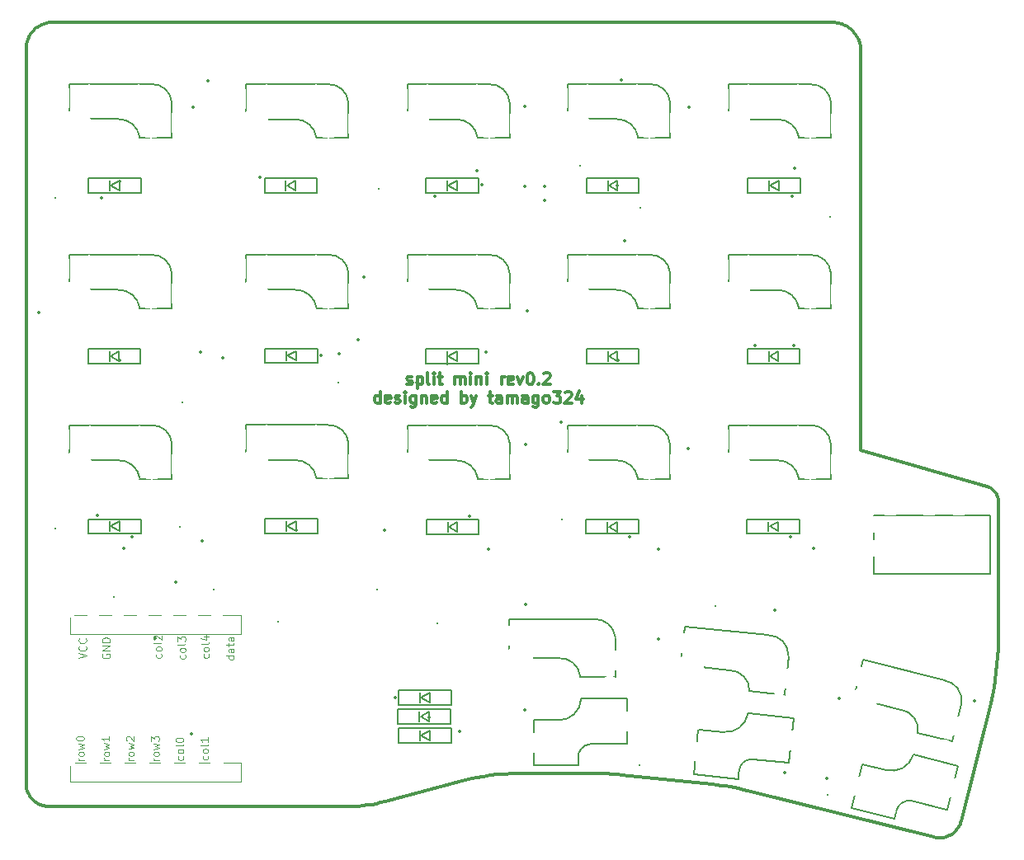
<source format=gto>
%TF.GenerationSoftware,KiCad,Pcbnew,(6.0.6)*%
%TF.CreationDate,2022-09-17T23:41:45+09:00*%
%TF.ProjectId,split-mini,73706c69-742d-46d6-996e-692e6b696361,rev?*%
%TF.SameCoordinates,Original*%
%TF.FileFunction,Legend,Top*%
%TF.FilePolarity,Positive*%
%FSLAX46Y46*%
G04 Gerber Fmt 4.6, Leading zero omitted, Abs format (unit mm)*
G04 Created by KiCad (PCBNEW (6.0.6)) date 2022-09-17 23:41:45*
%MOMM*%
%LPD*%
G01*
G04 APERTURE LIST*
G04 Aperture macros list*
%AMRotRect*
0 Rectangle, with rotation*
0 The origin of the aperture is its center*
0 $1 length*
0 $2 width*
0 $3 Rotation angle, in degrees counterclockwise*
0 Add horizontal line*
21,1,$1,$2,0,0,$3*%
G04 Aperture macros list end*
%TA.AperFunction,Profile*%
%ADD10C,0.349999*%
%TD*%
%ADD11C,0.300000*%
%ADD12C,0.100000*%
%ADD13C,0.150000*%
%ADD14C,0.500000*%
%ADD15C,0.120000*%
%ADD16C,1.200000*%
%ADD17O,2.500000X1.700000*%
%ADD18C,1.600000*%
%ADD19C,0.350000*%
%ADD20C,0.300000*%
%ADD21O,1.500000X1.000000*%
%ADD22R,1.300000X0.950000*%
%ADD23C,1.900000*%
%ADD24C,3.000000*%
%ADD25C,4.100000*%
%ADD26R,2.300000X2.000000*%
%ADD27C,4.500000*%
%ADD28C,4.000000*%
%ADD29C,1.700000*%
%ADD30R,2.000000X2.000000*%
%ADD31R,1.800000X2.000000*%
%ADD32RotRect,1.900000X2.000000X166.000000*%
%ADD33RotRect,2.000000X2.000000X166.000000*%
%ADD34RotRect,1.800000X2.000000X166.000000*%
%ADD35RotRect,2.000000X2.000000X174.000000*%
%ADD36RotRect,1.800000X2.000000X174.000000*%
G04 APERTURE END LIST*
D10*
X120734058Y-85321050D02*
X120746346Y-84517181D01*
X94563467Y-99773630D02*
X95006416Y-99879974D01*
X21067121Y-99747413D02*
X21097288Y-99856121D01*
X95006416Y-99879974D02*
X95006416Y-99879974D01*
X106613959Y-23464589D02*
X106588365Y-23321274D01*
X21022792Y-99525582D02*
X21042263Y-99637170D01*
X21450528Y-100558221D02*
X21520346Y-100647842D01*
X23314208Y-21027240D02*
X23182826Y-21050152D01*
X120663178Y-69673555D02*
X120617953Y-69555976D01*
X120429619Y-69232038D02*
X120350533Y-69135311D01*
X116257734Y-104147387D02*
X116337281Y-104072331D01*
X65730083Y-98890289D02*
X65730083Y-98890289D01*
X104737877Y-21174101D02*
X104602654Y-21128344D01*
X120306060Y-89309528D02*
X120440307Y-88517806D01*
X106647491Y-64950611D02*
X106647491Y-23907794D01*
X114417834Y-104707695D02*
X114531519Y-104721167D01*
X22319756Y-101272024D02*
X22422725Y-101317646D01*
X21325017Y-100370023D02*
X21385392Y-100465551D01*
X116831755Y-103339065D02*
X116873233Y-103232363D01*
X114869318Y-104727193D02*
X114980256Y-104718084D01*
X116678483Y-103640152D02*
X116734207Y-103543064D01*
X21793434Y-21793513D02*
X21700478Y-21891184D01*
X106069327Y-22166530D02*
X105982931Y-22056589D01*
X105588428Y-21662081D02*
X105478488Y-21575683D01*
X104870037Y-21226211D02*
X104737877Y-21174101D01*
X79268402Y-98118347D02*
X79619825Y-98120645D01*
X119962618Y-68817891D02*
X119849615Y-68758387D01*
X120725055Y-69920137D02*
X120699003Y-69795107D01*
X21042263Y-99637170D02*
X21067121Y-99747413D01*
X120699003Y-69795107D02*
X120663178Y-69673555D01*
X81724553Y-98230937D02*
X82074291Y-98265381D01*
X119606995Y-68666672D02*
X106647491Y-64950611D01*
X21218860Y-100171147D02*
X21269480Y-100271825D01*
X21049932Y-23182830D02*
X21027007Y-23314210D01*
X23078052Y-101482078D02*
X23191759Y-101490535D01*
X20997490Y-99184639D02*
X21000327Y-99299127D01*
X115907617Y-104406218D02*
X115999590Y-104347927D01*
X105694026Y-21753553D02*
X105588428Y-21662081D01*
X105891460Y-21950990D02*
X105795097Y-21849917D01*
X23306244Y-101493370D02*
X54168747Y-101493347D01*
X23715622Y-20997488D02*
X23715622Y-20997488D01*
X21992830Y-21612950D02*
X21891115Y-21700567D01*
X57823814Y-101011581D02*
X57823814Y-101011581D01*
X120746346Y-84517181D02*
X120746346Y-70178646D01*
X120563702Y-69442866D02*
X120500800Y-69334721D01*
X120744992Y-70113118D02*
X120740961Y-70048149D01*
X21114721Y-22925043D02*
X21079201Y-23053033D01*
X21000556Y-23580829D02*
X20997215Y-23715622D01*
X93224898Y-99501293D02*
X93672605Y-99584271D01*
X115411094Y-104628832D02*
X115514710Y-104593834D01*
X116618357Y-103733828D02*
X116678483Y-103640152D01*
X55553294Y-101425245D02*
X56012088Y-101372398D01*
X21932681Y-101040365D02*
X22025351Y-101105499D01*
X79971141Y-98127542D02*
X80322305Y-98139037D01*
X94118828Y-99675056D02*
X94563467Y-99773630D01*
X119965073Y-90880112D02*
X120147626Y-90097149D01*
X21520346Y-100647842D02*
X21594767Y-100734227D01*
X21843058Y-100970549D02*
X21932681Y-101040365D01*
X116413290Y-103993343D02*
X116485588Y-103910527D01*
X114980256Y-104718084D02*
X115090076Y-104703590D01*
X92325451Y-99358830D02*
X92775813Y-99426140D01*
X119790967Y-68731954D02*
X119730949Y-68707815D01*
X22207471Y-21454070D02*
X22098356Y-21530754D01*
X103737228Y-20997492D02*
X23715622Y-20997488D01*
X116088715Y-104285289D02*
X116174821Y-104218407D01*
X105982931Y-22056589D02*
X105891460Y-21950990D01*
X104034787Y-21012522D02*
X103886991Y-21001281D01*
X116337281Y-104072331D02*
X116413290Y-103993343D01*
X22634779Y-101393589D02*
X22743485Y-101423753D01*
X23182826Y-21050152D02*
X23053027Y-21079407D01*
X21156400Y-22799082D02*
X21114721Y-22925043D01*
X21700478Y-21891184D02*
X21612850Y-21992890D01*
X105364387Y-21494542D02*
X105246308Y-21418842D01*
X22435573Y-21317612D02*
X22319950Y-21382992D01*
X69367896Y-98227495D02*
X70105548Y-98166918D01*
X22925033Y-21114915D02*
X22799069Y-21156581D01*
X103737228Y-20997492D02*
X103737228Y-20997492D01*
X115812969Y-104460058D02*
X115907617Y-104406218D01*
X54631255Y-101485768D02*
X55092893Y-101463051D01*
X82074291Y-98265381D02*
X91421310Y-99247810D01*
X104464550Y-21089126D02*
X104323750Y-21056627D01*
X21010518Y-23446950D02*
X21000556Y-23580829D01*
X104180434Y-21031031D02*
X104034787Y-21012522D01*
X119606995Y-68666672D02*
X119606995Y-68666672D01*
X22098356Y-21530754D02*
X21992830Y-21612950D01*
X115514710Y-104593834D02*
X115616343Y-104553970D01*
X21453948Y-22207514D02*
X21382859Y-22319987D01*
X106418789Y-22774986D02*
X106360509Y-22646071D01*
X106470898Y-22907146D02*
X106418789Y-22774986D01*
X80322305Y-98139037D02*
X80673272Y-98155126D01*
X21673714Y-100817184D02*
X21673714Y-100817184D01*
X106643705Y-23758032D02*
X106632466Y-23610236D01*
X55092893Y-101463051D02*
X55553294Y-101425245D01*
X80673272Y-98155126D02*
X81023999Y-98175807D01*
X105246308Y-21418842D02*
X105124435Y-21348765D01*
X106647491Y-64950611D02*
X106647491Y-64950611D01*
X57823814Y-101011581D02*
X65730083Y-98890289D01*
X56468906Y-101304560D02*
X56923379Y-101221779D01*
X79268402Y-98118347D02*
X79268402Y-98118347D01*
X106296240Y-22520586D02*
X106226164Y-22398712D01*
X70105548Y-98166918D02*
X70845185Y-98130517D01*
X116940735Y-103010071D02*
X116940735Y-103010071D01*
X54168747Y-101493347D02*
X54168747Y-101493347D01*
X119730949Y-68707815D02*
X119669610Y-68686034D01*
X106647491Y-23907794D02*
X106643705Y-23758032D01*
X21204145Y-22675373D02*
X21156400Y-22799082D01*
X116554001Y-103823988D02*
X116618357Y-103733828D01*
X56012088Y-101372398D02*
X56468906Y-101304560D01*
X57375138Y-101124103D02*
X57823814Y-101011581D01*
X120746346Y-70178646D02*
X120744992Y-70113118D01*
X67900910Y-98420864D02*
X68632820Y-98312169D01*
X21000327Y-99299127D02*
X21008788Y-99412838D01*
X23053027Y-21079407D02*
X22925033Y-21114915D01*
X91421310Y-99247810D02*
X91873916Y-99299381D01*
X71586216Y-98118370D02*
X71586216Y-98118370D01*
X21382859Y-22319987D02*
X21317467Y-22435603D01*
X20997490Y-99184639D02*
X20997490Y-99184639D01*
X21673714Y-100817184D02*
X21756673Y-100896129D01*
X114189873Y-104662933D02*
X114189873Y-104662933D01*
X21612850Y-21992890D02*
X21530643Y-22098408D01*
X23191759Y-101490535D02*
X23306244Y-101493370D01*
X82074291Y-98265381D02*
X82074291Y-98265381D01*
X115090076Y-104703590D02*
X115198604Y-104683814D01*
X21891115Y-21700567D02*
X21793434Y-21793513D01*
X106632466Y-23610236D02*
X106613959Y-23464589D01*
X92775813Y-99426140D02*
X93224898Y-99501293D01*
X120697243Y-86123603D02*
X120734058Y-85321050D01*
X22965311Y-101468076D02*
X23078052Y-101482078D01*
X114757434Y-104730812D02*
X114869318Y-104727193D01*
X21756673Y-100896129D02*
X21843058Y-100970549D01*
X116940735Y-103010071D02*
X119965073Y-90880112D01*
X120734300Y-69983801D02*
X120725055Y-69920137D01*
X119669610Y-68686034D02*
X119606995Y-68666672D01*
X23580829Y-21000816D02*
X23446950Y-21010763D01*
X115999590Y-104347927D02*
X116088715Y-104285289D01*
X106226164Y-22398712D02*
X106150466Y-22280632D01*
X81374440Y-98201078D02*
X81724553Y-98230937D01*
X104998950Y-21284494D02*
X104870037Y-21226211D01*
X22120879Y-101165872D02*
X22219077Y-101221407D01*
X116485588Y-103910527D02*
X116554001Y-103823988D01*
X21079201Y-23053033D02*
X21049932Y-23182830D01*
X23446950Y-21010763D02*
X23314208Y-21027240D01*
X116909617Y-103122663D02*
X116940735Y-103010071D01*
X22554116Y-21258022D02*
X22435573Y-21317612D01*
X120147626Y-90097149D02*
X120306060Y-89309528D01*
X21530643Y-22098408D02*
X21453948Y-22207514D01*
X106588365Y-23321274D02*
X106555869Y-23180473D01*
X120635967Y-86924286D02*
X120697243Y-86123603D01*
X116873233Y-103232363D02*
X116909617Y-103122663D01*
X68632820Y-98312169D02*
X69367896Y-98227495D01*
X22743485Y-101423753D02*
X22853726Y-101448609D01*
X120440307Y-88517806D02*
X120550299Y-87722539D01*
X22527796Y-101358194D02*
X22634779Y-101393589D01*
X21132686Y-99963106D02*
X21173236Y-100068177D01*
X22025351Y-101105499D02*
X22120879Y-101165872D01*
X95006416Y-99879974D02*
X114189873Y-104662933D01*
X21385392Y-100465551D02*
X21450528Y-100558221D01*
X21008788Y-99412838D02*
X21022792Y-99525582D01*
X115198604Y-104683814D02*
X115305668Y-104658860D01*
X67172756Y-98553501D02*
X67900910Y-98420864D01*
X106150466Y-22280632D02*
X106069327Y-22166530D01*
X21097288Y-99856121D02*
X21132686Y-99963106D01*
X120500800Y-69334721D02*
X120429619Y-69232038D01*
X21027007Y-23314210D02*
X21010518Y-23446950D01*
X116174821Y-104218407D02*
X116257734Y-104147387D01*
X120263917Y-69045037D02*
X120170143Y-68961712D01*
X70845185Y-98130517D02*
X71586216Y-98118370D01*
X91421310Y-99247810D02*
X91421310Y-99247810D01*
X22675355Y-21204314D02*
X22554116Y-21258022D01*
X21257865Y-22554139D02*
X21204145Y-22675373D01*
X22422725Y-101317646D02*
X22527796Y-101358194D01*
X114644776Y-104728838D02*
X114757434Y-104730812D01*
X116734207Y-103543064D02*
X116785355Y-103442667D01*
X120350533Y-69135311D02*
X120263917Y-69045037D01*
X120550299Y-87722539D02*
X120635967Y-86924286D01*
X21594767Y-100734227D02*
X21673714Y-100817184D01*
X106360509Y-22646071D02*
X106296240Y-22520586D01*
X79619825Y-98120645D02*
X79971141Y-98127542D01*
X115715821Y-104509343D02*
X115812969Y-104460058D01*
X120746346Y-70178646D02*
X120746346Y-70178646D01*
X20997215Y-23715622D02*
X20997215Y-23715622D01*
X104323750Y-21056627D02*
X104180434Y-21031031D01*
X71586216Y-98118370D02*
X79268402Y-98118347D01*
X105795097Y-21849917D02*
X105694026Y-21753553D01*
X119849615Y-68758387D02*
X119790967Y-68731954D01*
X54168747Y-101493347D02*
X54631255Y-101485768D01*
X116785355Y-103442667D02*
X116831755Y-103339065D01*
X120170143Y-68961712D02*
X120069586Y-68885831D01*
X66448951Y-98710002D02*
X67172756Y-98553501D01*
X104602654Y-21128344D02*
X104464550Y-21089126D01*
X114189873Y-104662933D02*
X114303894Y-104688319D01*
X22799069Y-21156581D02*
X22675355Y-21204314D01*
X120746346Y-84517181D02*
X120746346Y-84517181D01*
X120617953Y-69555976D02*
X120563702Y-69442866D01*
X114303894Y-104688319D02*
X114417834Y-104707695D01*
X106555869Y-23180473D02*
X106516652Y-23042369D01*
X65730083Y-98890289D02*
X66448951Y-98710002D01*
X81023999Y-98175807D02*
X81374440Y-98201078D01*
X21173236Y-100068177D02*
X21218860Y-100171147D01*
X115616343Y-104553970D02*
X115715821Y-104509343D01*
X106516652Y-23042369D02*
X106470898Y-22907146D01*
X23715622Y-20997488D02*
X23580829Y-21000816D01*
X120740961Y-70048149D02*
X120734300Y-69983801D01*
X22219077Y-101221407D02*
X22319756Y-101272024D01*
X56923379Y-101221779D02*
X57375138Y-101124103D01*
X103886991Y-21001281D02*
X103737228Y-20997492D01*
X22853726Y-101448609D02*
X22965311Y-101468076D01*
X105478488Y-21575683D02*
X105364387Y-21494542D01*
X119965073Y-90880112D02*
X119965073Y-90880112D01*
X105124435Y-21348765D02*
X104998950Y-21284494D01*
X21793434Y-21793513D02*
X21793434Y-21793513D01*
X93672605Y-99584271D02*
X94118828Y-99675056D01*
X21317467Y-22435603D02*
X21257865Y-22554139D01*
X20997215Y-23715622D02*
X20997490Y-99184639D01*
X23306244Y-101493370D02*
X23306244Y-101493370D01*
X22319950Y-21382992D02*
X22207471Y-21454070D01*
X91873916Y-99299381D02*
X92325451Y-99358830D01*
X120069586Y-68885831D02*
X119962618Y-68817891D01*
X21269480Y-100271825D02*
X21325017Y-100370023D01*
X115305668Y-104658860D02*
X115411094Y-104628832D01*
X114531519Y-104721167D02*
X114644776Y-104728838D01*
D11*
X60097142Y-58119714D02*
X60211428Y-58176857D01*
X60440000Y-58176857D01*
X60554285Y-58119714D01*
X60611428Y-58005428D01*
X60611428Y-57948285D01*
X60554285Y-57834000D01*
X60440000Y-57776857D01*
X60268571Y-57776857D01*
X60154285Y-57719714D01*
X60097142Y-57605428D01*
X60097142Y-57548285D01*
X60154285Y-57434000D01*
X60268571Y-57376857D01*
X60440000Y-57376857D01*
X60554285Y-57434000D01*
X61125714Y-57376857D02*
X61125714Y-58576857D01*
X61125714Y-57434000D02*
X61240000Y-57376857D01*
X61468571Y-57376857D01*
X61582857Y-57434000D01*
X61640000Y-57491142D01*
X61697142Y-57605428D01*
X61697142Y-57948285D01*
X61640000Y-58062571D01*
X61582857Y-58119714D01*
X61468571Y-58176857D01*
X61240000Y-58176857D01*
X61125714Y-58119714D01*
X62382857Y-58176857D02*
X62268571Y-58119714D01*
X62211428Y-58005428D01*
X62211428Y-56976857D01*
X62840000Y-58176857D02*
X62840000Y-57376857D01*
X62840000Y-56976857D02*
X62782857Y-57034000D01*
X62840000Y-57091142D01*
X62897142Y-57034000D01*
X62840000Y-56976857D01*
X62840000Y-57091142D01*
X63240000Y-57376857D02*
X63697142Y-57376857D01*
X63411428Y-56976857D02*
X63411428Y-58005428D01*
X63468571Y-58119714D01*
X63582857Y-58176857D01*
X63697142Y-58176857D01*
X65011428Y-58176857D02*
X65011428Y-57376857D01*
X65011428Y-57491142D02*
X65068571Y-57434000D01*
X65182857Y-57376857D01*
X65354285Y-57376857D01*
X65468571Y-57434000D01*
X65525714Y-57548285D01*
X65525714Y-58176857D01*
X65525714Y-57548285D02*
X65582857Y-57434000D01*
X65697142Y-57376857D01*
X65868571Y-57376857D01*
X65982857Y-57434000D01*
X66040000Y-57548285D01*
X66040000Y-58176857D01*
X66611428Y-58176857D02*
X66611428Y-57376857D01*
X66611428Y-56976857D02*
X66554285Y-57034000D01*
X66611428Y-57091142D01*
X66668571Y-57034000D01*
X66611428Y-56976857D01*
X66611428Y-57091142D01*
X67182857Y-57376857D02*
X67182857Y-58176857D01*
X67182857Y-57491142D02*
X67240000Y-57434000D01*
X67354285Y-57376857D01*
X67525714Y-57376857D01*
X67640000Y-57434000D01*
X67697142Y-57548285D01*
X67697142Y-58176857D01*
X68268571Y-58176857D02*
X68268571Y-57376857D01*
X68268571Y-56976857D02*
X68211428Y-57034000D01*
X68268571Y-57091142D01*
X68325714Y-57034000D01*
X68268571Y-56976857D01*
X68268571Y-57091142D01*
X69754285Y-58176857D02*
X69754285Y-57376857D01*
X69754285Y-57605428D02*
X69811428Y-57491142D01*
X69868571Y-57434000D01*
X69982857Y-57376857D01*
X70097142Y-57376857D01*
X70954285Y-58119714D02*
X70840000Y-58176857D01*
X70611428Y-58176857D01*
X70497142Y-58119714D01*
X70440000Y-58005428D01*
X70440000Y-57548285D01*
X70497142Y-57434000D01*
X70611428Y-57376857D01*
X70840000Y-57376857D01*
X70954285Y-57434000D01*
X71011428Y-57548285D01*
X71011428Y-57662571D01*
X70440000Y-57776857D01*
X71411428Y-57376857D02*
X71697142Y-58176857D01*
X71982857Y-57376857D01*
X72668571Y-56976857D02*
X72782857Y-56976857D01*
X72897142Y-57034000D01*
X72954285Y-57091142D01*
X73011428Y-57205428D01*
X73068571Y-57434000D01*
X73068571Y-57719714D01*
X73011428Y-57948285D01*
X72954285Y-58062571D01*
X72897142Y-58119714D01*
X72782857Y-58176857D01*
X72668571Y-58176857D01*
X72554285Y-58119714D01*
X72497142Y-58062571D01*
X72440000Y-57948285D01*
X72382857Y-57719714D01*
X72382857Y-57434000D01*
X72440000Y-57205428D01*
X72497142Y-57091142D01*
X72554285Y-57034000D01*
X72668571Y-56976857D01*
X73582857Y-58062571D02*
X73640000Y-58119714D01*
X73582857Y-58176857D01*
X73525714Y-58119714D01*
X73582857Y-58062571D01*
X73582857Y-58176857D01*
X74097142Y-57091142D02*
X74154285Y-57034000D01*
X74268571Y-56976857D01*
X74554285Y-56976857D01*
X74668571Y-57034000D01*
X74725714Y-57091142D01*
X74782857Y-57205428D01*
X74782857Y-57319714D01*
X74725714Y-57491142D01*
X74040000Y-58176857D01*
X74782857Y-58176857D01*
X57325714Y-60108857D02*
X57325714Y-58908857D01*
X57325714Y-60051714D02*
X57211428Y-60108857D01*
X56982857Y-60108857D01*
X56868571Y-60051714D01*
X56811428Y-59994571D01*
X56754285Y-59880285D01*
X56754285Y-59537428D01*
X56811428Y-59423142D01*
X56868571Y-59366000D01*
X56982857Y-59308857D01*
X57211428Y-59308857D01*
X57325714Y-59366000D01*
X58354285Y-60051714D02*
X58240000Y-60108857D01*
X58011428Y-60108857D01*
X57897142Y-60051714D01*
X57840000Y-59937428D01*
X57840000Y-59480285D01*
X57897142Y-59366000D01*
X58011428Y-59308857D01*
X58240000Y-59308857D01*
X58354285Y-59366000D01*
X58411428Y-59480285D01*
X58411428Y-59594571D01*
X57840000Y-59708857D01*
X58868571Y-60051714D02*
X58982857Y-60108857D01*
X59211428Y-60108857D01*
X59325714Y-60051714D01*
X59382857Y-59937428D01*
X59382857Y-59880285D01*
X59325714Y-59766000D01*
X59211428Y-59708857D01*
X59040000Y-59708857D01*
X58925714Y-59651714D01*
X58868571Y-59537428D01*
X58868571Y-59480285D01*
X58925714Y-59366000D01*
X59040000Y-59308857D01*
X59211428Y-59308857D01*
X59325714Y-59366000D01*
X59897142Y-60108857D02*
X59897142Y-59308857D01*
X59897142Y-58908857D02*
X59840000Y-58966000D01*
X59897142Y-59023142D01*
X59954285Y-58966000D01*
X59897142Y-58908857D01*
X59897142Y-59023142D01*
X60982857Y-59308857D02*
X60982857Y-60280285D01*
X60925714Y-60394571D01*
X60868571Y-60451714D01*
X60754285Y-60508857D01*
X60582857Y-60508857D01*
X60468571Y-60451714D01*
X60982857Y-60051714D02*
X60868571Y-60108857D01*
X60640000Y-60108857D01*
X60525714Y-60051714D01*
X60468571Y-59994571D01*
X60411428Y-59880285D01*
X60411428Y-59537428D01*
X60468571Y-59423142D01*
X60525714Y-59366000D01*
X60640000Y-59308857D01*
X60868571Y-59308857D01*
X60982857Y-59366000D01*
X61554285Y-59308857D02*
X61554285Y-60108857D01*
X61554285Y-59423142D02*
X61611428Y-59366000D01*
X61725714Y-59308857D01*
X61897142Y-59308857D01*
X62011428Y-59366000D01*
X62068571Y-59480285D01*
X62068571Y-60108857D01*
X63097142Y-60051714D02*
X62982857Y-60108857D01*
X62754285Y-60108857D01*
X62640000Y-60051714D01*
X62582857Y-59937428D01*
X62582857Y-59480285D01*
X62640000Y-59366000D01*
X62754285Y-59308857D01*
X62982857Y-59308857D01*
X63097142Y-59366000D01*
X63154285Y-59480285D01*
X63154285Y-59594571D01*
X62582857Y-59708857D01*
X64182857Y-60108857D02*
X64182857Y-58908857D01*
X64182857Y-60051714D02*
X64068571Y-60108857D01*
X63840000Y-60108857D01*
X63725714Y-60051714D01*
X63668571Y-59994571D01*
X63611428Y-59880285D01*
X63611428Y-59537428D01*
X63668571Y-59423142D01*
X63725714Y-59366000D01*
X63840000Y-59308857D01*
X64068571Y-59308857D01*
X64182857Y-59366000D01*
X65668571Y-60108857D02*
X65668571Y-58908857D01*
X65668571Y-59366000D02*
X65782857Y-59308857D01*
X66011428Y-59308857D01*
X66125714Y-59366000D01*
X66182857Y-59423142D01*
X66240000Y-59537428D01*
X66240000Y-59880285D01*
X66182857Y-59994571D01*
X66125714Y-60051714D01*
X66011428Y-60108857D01*
X65782857Y-60108857D01*
X65668571Y-60051714D01*
X66640000Y-59308857D02*
X66925714Y-60108857D01*
X67211428Y-59308857D02*
X66925714Y-60108857D01*
X66811428Y-60394571D01*
X66754285Y-60451714D01*
X66640000Y-60508857D01*
X68411428Y-59308857D02*
X68868571Y-59308857D01*
X68582857Y-58908857D02*
X68582857Y-59937428D01*
X68640000Y-60051714D01*
X68754285Y-60108857D01*
X68868571Y-60108857D01*
X69782857Y-60108857D02*
X69782857Y-59480285D01*
X69725714Y-59366000D01*
X69611428Y-59308857D01*
X69382857Y-59308857D01*
X69268571Y-59366000D01*
X69782857Y-60051714D02*
X69668571Y-60108857D01*
X69382857Y-60108857D01*
X69268571Y-60051714D01*
X69211428Y-59937428D01*
X69211428Y-59823142D01*
X69268571Y-59708857D01*
X69382857Y-59651714D01*
X69668571Y-59651714D01*
X69782857Y-59594571D01*
X70354285Y-60108857D02*
X70354285Y-59308857D01*
X70354285Y-59423142D02*
X70411428Y-59366000D01*
X70525714Y-59308857D01*
X70697142Y-59308857D01*
X70811428Y-59366000D01*
X70868571Y-59480285D01*
X70868571Y-60108857D01*
X70868571Y-59480285D02*
X70925714Y-59366000D01*
X71040000Y-59308857D01*
X71211428Y-59308857D01*
X71325714Y-59366000D01*
X71382857Y-59480285D01*
X71382857Y-60108857D01*
X72468571Y-60108857D02*
X72468571Y-59480285D01*
X72411428Y-59366000D01*
X72297142Y-59308857D01*
X72068571Y-59308857D01*
X71954285Y-59366000D01*
X72468571Y-60051714D02*
X72354285Y-60108857D01*
X72068571Y-60108857D01*
X71954285Y-60051714D01*
X71897142Y-59937428D01*
X71897142Y-59823142D01*
X71954285Y-59708857D01*
X72068571Y-59651714D01*
X72354285Y-59651714D01*
X72468571Y-59594571D01*
X73554285Y-59308857D02*
X73554285Y-60280285D01*
X73497142Y-60394571D01*
X73440000Y-60451714D01*
X73325714Y-60508857D01*
X73154285Y-60508857D01*
X73040000Y-60451714D01*
X73554285Y-60051714D02*
X73440000Y-60108857D01*
X73211428Y-60108857D01*
X73097142Y-60051714D01*
X73040000Y-59994571D01*
X72982857Y-59880285D01*
X72982857Y-59537428D01*
X73040000Y-59423142D01*
X73097142Y-59366000D01*
X73211428Y-59308857D01*
X73440000Y-59308857D01*
X73554285Y-59366000D01*
X74297142Y-60108857D02*
X74182857Y-60051714D01*
X74125714Y-59994571D01*
X74068571Y-59880285D01*
X74068571Y-59537428D01*
X74125714Y-59423142D01*
X74182857Y-59366000D01*
X74297142Y-59308857D01*
X74468571Y-59308857D01*
X74582857Y-59366000D01*
X74640000Y-59423142D01*
X74697142Y-59537428D01*
X74697142Y-59880285D01*
X74640000Y-59994571D01*
X74582857Y-60051714D01*
X74468571Y-60108857D01*
X74297142Y-60108857D01*
X75097142Y-58908857D02*
X75840000Y-58908857D01*
X75440000Y-59366000D01*
X75611428Y-59366000D01*
X75725714Y-59423142D01*
X75782857Y-59480285D01*
X75840000Y-59594571D01*
X75840000Y-59880285D01*
X75782857Y-59994571D01*
X75725714Y-60051714D01*
X75611428Y-60108857D01*
X75268571Y-60108857D01*
X75154285Y-60051714D01*
X75097142Y-59994571D01*
X76297142Y-59023142D02*
X76354285Y-58966000D01*
X76468571Y-58908857D01*
X76754285Y-58908857D01*
X76868571Y-58966000D01*
X76925714Y-59023142D01*
X76982857Y-59137428D01*
X76982857Y-59251714D01*
X76925714Y-59423142D01*
X76240000Y-60108857D01*
X76982857Y-60108857D01*
X78011428Y-59308857D02*
X78011428Y-60108857D01*
X77725714Y-58851714D02*
X77440000Y-59708857D01*
X78182857Y-59708857D01*
D12*
%TO.C,U1*%
X28837500Y-85843223D02*
X28799404Y-85919414D01*
X28799404Y-86033700D01*
X28837500Y-86147985D01*
X28913690Y-86224176D01*
X28989880Y-86262271D01*
X29142261Y-86300366D01*
X29256547Y-86300366D01*
X29408928Y-86262271D01*
X29485119Y-86224176D01*
X29561309Y-86147985D01*
X29599404Y-86033700D01*
X29599404Y-85957509D01*
X29561309Y-85843223D01*
X29523214Y-85805128D01*
X29256547Y-85805128D01*
X29256547Y-85957509D01*
X29599404Y-85462271D02*
X28799404Y-85462271D01*
X29599404Y-85005128D01*
X28799404Y-85005128D01*
X29599404Y-84624176D02*
X28799404Y-84624176D01*
X28799404Y-84433700D01*
X28837500Y-84319414D01*
X28913690Y-84243223D01*
X28989880Y-84205128D01*
X29142261Y-84167033D01*
X29256547Y-84167033D01*
X29408928Y-84205128D01*
X29485119Y-84243223D01*
X29561309Y-84319414D01*
X29599404Y-84433700D01*
X29599404Y-84624176D01*
X26929404Y-96782747D02*
X26396071Y-96782747D01*
X26548452Y-96782747D02*
X26472261Y-96744652D01*
X26434166Y-96706557D01*
X26396071Y-96630366D01*
X26396071Y-96554176D01*
X26929404Y-96173223D02*
X26891309Y-96249414D01*
X26853214Y-96287509D01*
X26777023Y-96325604D01*
X26548452Y-96325604D01*
X26472261Y-96287509D01*
X26434166Y-96249414D01*
X26396071Y-96173223D01*
X26396071Y-96058938D01*
X26434166Y-95982747D01*
X26472261Y-95944652D01*
X26548452Y-95906557D01*
X26777023Y-95906557D01*
X26853214Y-95944652D01*
X26891309Y-95982747D01*
X26929404Y-96058938D01*
X26929404Y-96173223D01*
X26396071Y-95639890D02*
X26929404Y-95487509D01*
X26548452Y-95335128D01*
X26929404Y-95182747D01*
X26396071Y-95030366D01*
X26129404Y-94573223D02*
X26129404Y-94497033D01*
X26167500Y-94420842D01*
X26205595Y-94382747D01*
X26281785Y-94344652D01*
X26434166Y-94306557D01*
X26624642Y-94306557D01*
X26777023Y-94344652D01*
X26853214Y-94382747D01*
X26891309Y-94420842D01*
X26929404Y-94497033D01*
X26929404Y-94573223D01*
X26891309Y-94649414D01*
X26853214Y-94687509D01*
X26777023Y-94725604D01*
X26624642Y-94763700D01*
X26434166Y-94763700D01*
X26281785Y-94725604D01*
X26205595Y-94687509D01*
X26167500Y-94649414D01*
X26129404Y-94573223D01*
X37301309Y-85945604D02*
X37339404Y-86021795D01*
X37339404Y-86174176D01*
X37301309Y-86250366D01*
X37263214Y-86288461D01*
X37187023Y-86326557D01*
X36958452Y-86326557D01*
X36882261Y-86288461D01*
X36844166Y-86250366D01*
X36806071Y-86174176D01*
X36806071Y-86021795D01*
X36844166Y-85945604D01*
X37339404Y-85488461D02*
X37301309Y-85564652D01*
X37263214Y-85602747D01*
X37187023Y-85640842D01*
X36958452Y-85640842D01*
X36882261Y-85602747D01*
X36844166Y-85564652D01*
X36806071Y-85488461D01*
X36806071Y-85374176D01*
X36844166Y-85297985D01*
X36882261Y-85259890D01*
X36958452Y-85221795D01*
X37187023Y-85221795D01*
X37263214Y-85259890D01*
X37301309Y-85297985D01*
X37339404Y-85374176D01*
X37339404Y-85488461D01*
X37339404Y-84764652D02*
X37301309Y-84840842D01*
X37225119Y-84878938D01*
X36539404Y-84878938D01*
X36539404Y-84536080D02*
X36539404Y-84040842D01*
X36844166Y-84307509D01*
X36844166Y-84193223D01*
X36882261Y-84117033D01*
X36920357Y-84078938D01*
X36996547Y-84040842D01*
X37187023Y-84040842D01*
X37263214Y-84078938D01*
X37301309Y-84117033D01*
X37339404Y-84193223D01*
X37339404Y-84421795D01*
X37301309Y-84497985D01*
X37263214Y-84536080D01*
X26379404Y-86300366D02*
X27179404Y-86033700D01*
X26379404Y-85767033D01*
X27103214Y-85043223D02*
X27141309Y-85081319D01*
X27179404Y-85195604D01*
X27179404Y-85271795D01*
X27141309Y-85386080D01*
X27065119Y-85462271D01*
X26988928Y-85500366D01*
X26836547Y-85538461D01*
X26722261Y-85538461D01*
X26569880Y-85500366D01*
X26493690Y-85462271D01*
X26417500Y-85386080D01*
X26379404Y-85271795D01*
X26379404Y-85195604D01*
X26417500Y-85081319D01*
X26455595Y-85043223D01*
X27103214Y-84243223D02*
X27141309Y-84281319D01*
X27179404Y-84395604D01*
X27179404Y-84471795D01*
X27141309Y-84586080D01*
X27065119Y-84662271D01*
X26988928Y-84700366D01*
X26836547Y-84738461D01*
X26722261Y-84738461D01*
X26569880Y-84700366D01*
X26493690Y-84662271D01*
X26417500Y-84586080D01*
X26379404Y-84471795D01*
X26379404Y-84395604D01*
X26417500Y-84281319D01*
X26455595Y-84243223D01*
X29529404Y-96772747D02*
X28996071Y-96772747D01*
X29148452Y-96772747D02*
X29072261Y-96734652D01*
X29034166Y-96696557D01*
X28996071Y-96620366D01*
X28996071Y-96544176D01*
X29529404Y-96163223D02*
X29491309Y-96239414D01*
X29453214Y-96277509D01*
X29377023Y-96315604D01*
X29148452Y-96315604D01*
X29072261Y-96277509D01*
X29034166Y-96239414D01*
X28996071Y-96163223D01*
X28996071Y-96048938D01*
X29034166Y-95972747D01*
X29072261Y-95934652D01*
X29148452Y-95896557D01*
X29377023Y-95896557D01*
X29453214Y-95934652D01*
X29491309Y-95972747D01*
X29529404Y-96048938D01*
X29529404Y-96163223D01*
X28996071Y-95629890D02*
X29529404Y-95477509D01*
X29148452Y-95325128D01*
X29529404Y-95172747D01*
X28996071Y-95020366D01*
X29529404Y-94296557D02*
X29529404Y-94753700D01*
X29529404Y-94525128D02*
X28729404Y-94525128D01*
X28843690Y-94601319D01*
X28919880Y-94677509D01*
X28957976Y-94753700D01*
X39631309Y-96325604D02*
X39669404Y-96401795D01*
X39669404Y-96554176D01*
X39631309Y-96630366D01*
X39593214Y-96668461D01*
X39517023Y-96706557D01*
X39288452Y-96706557D01*
X39212261Y-96668461D01*
X39174166Y-96630366D01*
X39136071Y-96554176D01*
X39136071Y-96401795D01*
X39174166Y-96325604D01*
X39669404Y-95868461D02*
X39631309Y-95944652D01*
X39593214Y-95982747D01*
X39517023Y-96020842D01*
X39288452Y-96020842D01*
X39212261Y-95982747D01*
X39174166Y-95944652D01*
X39136071Y-95868461D01*
X39136071Y-95754176D01*
X39174166Y-95677985D01*
X39212261Y-95639890D01*
X39288452Y-95601795D01*
X39517023Y-95601795D01*
X39593214Y-95639890D01*
X39631309Y-95677985D01*
X39669404Y-95754176D01*
X39669404Y-95868461D01*
X39669404Y-95144652D02*
X39631309Y-95220842D01*
X39555119Y-95258938D01*
X38869404Y-95258938D01*
X39669404Y-94420842D02*
X39669404Y-94877985D01*
X39669404Y-94649414D02*
X38869404Y-94649414D01*
X38983690Y-94725604D01*
X39059880Y-94801795D01*
X39097976Y-94877985D01*
X34841309Y-85845604D02*
X34879404Y-85921795D01*
X34879404Y-86074176D01*
X34841309Y-86150366D01*
X34803214Y-86188461D01*
X34727023Y-86226557D01*
X34498452Y-86226557D01*
X34422261Y-86188461D01*
X34384166Y-86150366D01*
X34346071Y-86074176D01*
X34346071Y-85921795D01*
X34384166Y-85845604D01*
X34879404Y-85388461D02*
X34841309Y-85464652D01*
X34803214Y-85502747D01*
X34727023Y-85540842D01*
X34498452Y-85540842D01*
X34422261Y-85502747D01*
X34384166Y-85464652D01*
X34346071Y-85388461D01*
X34346071Y-85274176D01*
X34384166Y-85197985D01*
X34422261Y-85159890D01*
X34498452Y-85121795D01*
X34727023Y-85121795D01*
X34803214Y-85159890D01*
X34841309Y-85197985D01*
X34879404Y-85274176D01*
X34879404Y-85388461D01*
X34879404Y-84664652D02*
X34841309Y-84740842D01*
X34765119Y-84778938D01*
X34079404Y-84778938D01*
X34155595Y-84397985D02*
X34117500Y-84359890D01*
X34079404Y-84283700D01*
X34079404Y-84093223D01*
X34117500Y-84017033D01*
X34155595Y-83978938D01*
X34231785Y-83940842D01*
X34307976Y-83940842D01*
X34422261Y-83978938D01*
X34879404Y-84436080D01*
X34879404Y-83940842D01*
X42319404Y-86034652D02*
X41519404Y-86034652D01*
X42281309Y-86034652D02*
X42319404Y-86110842D01*
X42319404Y-86263223D01*
X42281309Y-86339414D01*
X42243214Y-86377509D01*
X42167023Y-86415604D01*
X41938452Y-86415604D01*
X41862261Y-86377509D01*
X41824166Y-86339414D01*
X41786071Y-86263223D01*
X41786071Y-86110842D01*
X41824166Y-86034652D01*
X42319404Y-85310842D02*
X41900357Y-85310842D01*
X41824166Y-85348938D01*
X41786071Y-85425128D01*
X41786071Y-85577509D01*
X41824166Y-85653700D01*
X42281309Y-85310842D02*
X42319404Y-85387033D01*
X42319404Y-85577509D01*
X42281309Y-85653700D01*
X42205119Y-85691795D01*
X42128928Y-85691795D01*
X42052738Y-85653700D01*
X42014642Y-85577509D01*
X42014642Y-85387033D01*
X41976547Y-85310842D01*
X41786071Y-85044176D02*
X41786071Y-84739414D01*
X41519404Y-84929890D02*
X42205119Y-84929890D01*
X42281309Y-84891795D01*
X42319404Y-84815604D01*
X42319404Y-84739414D01*
X42319404Y-84129890D02*
X41900357Y-84129890D01*
X41824166Y-84167985D01*
X41786071Y-84244176D01*
X41786071Y-84396557D01*
X41824166Y-84472747D01*
X42281309Y-84129890D02*
X42319404Y-84206080D01*
X42319404Y-84396557D01*
X42281309Y-84472747D01*
X42205119Y-84510842D01*
X42128928Y-84510842D01*
X42052738Y-84472747D01*
X42014642Y-84396557D01*
X42014642Y-84206080D01*
X41976547Y-84129890D01*
X32049404Y-96762747D02*
X31516071Y-96762747D01*
X31668452Y-96762747D02*
X31592261Y-96724652D01*
X31554166Y-96686557D01*
X31516071Y-96610366D01*
X31516071Y-96534176D01*
X32049404Y-96153223D02*
X32011309Y-96229414D01*
X31973214Y-96267509D01*
X31897023Y-96305604D01*
X31668452Y-96305604D01*
X31592261Y-96267509D01*
X31554166Y-96229414D01*
X31516071Y-96153223D01*
X31516071Y-96038938D01*
X31554166Y-95962747D01*
X31592261Y-95924652D01*
X31668452Y-95886557D01*
X31897023Y-95886557D01*
X31973214Y-95924652D01*
X32011309Y-95962747D01*
X32049404Y-96038938D01*
X32049404Y-96153223D01*
X31516071Y-95619890D02*
X32049404Y-95467509D01*
X31668452Y-95315128D01*
X32049404Y-95162747D01*
X31516071Y-95010366D01*
X31325595Y-94743700D02*
X31287500Y-94705604D01*
X31249404Y-94629414D01*
X31249404Y-94438938D01*
X31287500Y-94362747D01*
X31325595Y-94324652D01*
X31401785Y-94286557D01*
X31477976Y-94286557D01*
X31592261Y-94324652D01*
X32049404Y-94781795D01*
X32049404Y-94286557D01*
X37091309Y-96345604D02*
X37129404Y-96421795D01*
X37129404Y-96574176D01*
X37091309Y-96650366D01*
X37053214Y-96688461D01*
X36977023Y-96726557D01*
X36748452Y-96726557D01*
X36672261Y-96688461D01*
X36634166Y-96650366D01*
X36596071Y-96574176D01*
X36596071Y-96421795D01*
X36634166Y-96345604D01*
X37129404Y-95888461D02*
X37091309Y-95964652D01*
X37053214Y-96002747D01*
X36977023Y-96040842D01*
X36748452Y-96040842D01*
X36672261Y-96002747D01*
X36634166Y-95964652D01*
X36596071Y-95888461D01*
X36596071Y-95774176D01*
X36634166Y-95697985D01*
X36672261Y-95659890D01*
X36748452Y-95621795D01*
X36977023Y-95621795D01*
X37053214Y-95659890D01*
X37091309Y-95697985D01*
X37129404Y-95774176D01*
X37129404Y-95888461D01*
X37129404Y-95164652D02*
X37091309Y-95240842D01*
X37015119Y-95278938D01*
X36329404Y-95278938D01*
X36329404Y-94707509D02*
X36329404Y-94631319D01*
X36367500Y-94555128D01*
X36405595Y-94517033D01*
X36481785Y-94478938D01*
X36634166Y-94440842D01*
X36824642Y-94440842D01*
X36977023Y-94478938D01*
X37053214Y-94517033D01*
X37091309Y-94555128D01*
X37129404Y-94631319D01*
X37129404Y-94707509D01*
X37091309Y-94783700D01*
X37053214Y-94821795D01*
X36977023Y-94859890D01*
X36824642Y-94897985D01*
X36634166Y-94897985D01*
X36481785Y-94859890D01*
X36405595Y-94821795D01*
X36367500Y-94783700D01*
X36329404Y-94707509D01*
X39701309Y-85875604D02*
X39739404Y-85951795D01*
X39739404Y-86104176D01*
X39701309Y-86180366D01*
X39663214Y-86218461D01*
X39587023Y-86256557D01*
X39358452Y-86256557D01*
X39282261Y-86218461D01*
X39244166Y-86180366D01*
X39206071Y-86104176D01*
X39206071Y-85951795D01*
X39244166Y-85875604D01*
X39739404Y-85418461D02*
X39701309Y-85494652D01*
X39663214Y-85532747D01*
X39587023Y-85570842D01*
X39358452Y-85570842D01*
X39282261Y-85532747D01*
X39244166Y-85494652D01*
X39206071Y-85418461D01*
X39206071Y-85304176D01*
X39244166Y-85227985D01*
X39282261Y-85189890D01*
X39358452Y-85151795D01*
X39587023Y-85151795D01*
X39663214Y-85189890D01*
X39701309Y-85227985D01*
X39739404Y-85304176D01*
X39739404Y-85418461D01*
X39739404Y-84694652D02*
X39701309Y-84770842D01*
X39625119Y-84808938D01*
X38939404Y-84808938D01*
X39206071Y-84047033D02*
X39739404Y-84047033D01*
X38901309Y-84237509D02*
X39472738Y-84427985D01*
X39472738Y-83932747D01*
X34619404Y-96782747D02*
X34086071Y-96782747D01*
X34238452Y-96782747D02*
X34162261Y-96744652D01*
X34124166Y-96706557D01*
X34086071Y-96630366D01*
X34086071Y-96554176D01*
X34619404Y-96173223D02*
X34581309Y-96249414D01*
X34543214Y-96287509D01*
X34467023Y-96325604D01*
X34238452Y-96325604D01*
X34162261Y-96287509D01*
X34124166Y-96249414D01*
X34086071Y-96173223D01*
X34086071Y-96058938D01*
X34124166Y-95982747D01*
X34162261Y-95944652D01*
X34238452Y-95906557D01*
X34467023Y-95906557D01*
X34543214Y-95944652D01*
X34581309Y-95982747D01*
X34619404Y-96058938D01*
X34619404Y-96173223D01*
X34086071Y-95639890D02*
X34619404Y-95487509D01*
X34238452Y-95335128D01*
X34619404Y-95182747D01*
X34086071Y-95030366D01*
X33819404Y-94801795D02*
X33819404Y-94306557D01*
X34124166Y-94573223D01*
X34124166Y-94458938D01*
X34162261Y-94382747D01*
X34200357Y-94344652D01*
X34276547Y-94306557D01*
X34467023Y-94306557D01*
X34543214Y-94344652D01*
X34581309Y-94382747D01*
X34619404Y-94458938D01*
X34619404Y-94687509D01*
X34581309Y-94763700D01*
X34543214Y-94801795D01*
D13*
%TO.C,D7*%
X47790000Y-55230000D02*
X48690000Y-54730000D01*
X47690000Y-54730000D02*
X47690000Y-55730000D01*
X48690000Y-55730000D02*
X47790000Y-55230000D01*
X45490000Y-55980000D02*
X50890000Y-55980000D01*
X50890000Y-54480000D02*
X50890000Y-55980000D01*
X45490000Y-54480000D02*
X45490000Y-55980000D01*
X50890000Y-54480000D02*
X45490000Y-54480000D01*
X48690000Y-54730000D02*
X48690000Y-55730000D01*
%TO.C,SW6*%
X30440000Y-48460000D02*
X25440000Y-48460000D01*
X25440000Y-47460000D02*
X25440000Y-44860000D01*
X25440000Y-44860000D02*
X33840000Y-44859999D01*
D14*
X25740000Y-48160000D02*
X27140000Y-48160000D01*
D13*
X35940000Y-46760000D02*
X35940000Y-50000000D01*
X35940000Y-50360000D02*
X32660000Y-50360000D01*
X25440000Y-48460000D02*
X25440000Y-47460000D01*
X35940000Y-50360000D02*
X35940000Y-50000000D01*
X35940001Y-46760000D02*
G75*
G03*
X33840000Y-44859999I-2000001J-100000D01*
G01*
X32656318Y-50338529D02*
G75*
G03*
X30440000Y-48460000I-2151318J-291471D01*
G01*
%TO.C,SW11*%
X35950000Y-67860000D02*
X35950000Y-67500000D01*
X35950000Y-64260000D02*
X35950000Y-67500000D01*
X30450000Y-65960000D02*
X25450000Y-65960000D01*
X25450000Y-65960000D02*
X25450000Y-64960000D01*
X25450000Y-62360000D02*
X33850000Y-62359999D01*
X35950000Y-67860000D02*
X32670000Y-67860000D01*
X25450000Y-64960000D02*
X25450000Y-62360000D01*
D14*
X25750000Y-65660000D02*
X27150000Y-65660000D01*
D13*
X32666318Y-67838529D02*
G75*
G03*
X30450000Y-65960000I-2151318J-291471D01*
G01*
X35950001Y-64260000D02*
G75*
G03*
X33850000Y-62359999I-2000001J-100000D01*
G01*
%TO.C,D6*%
X32750000Y-54510000D02*
X32750000Y-56010000D01*
X30550000Y-55760000D02*
X29650000Y-55260000D01*
X29550000Y-54760000D02*
X29550000Y-55760000D01*
X32750000Y-54510000D02*
X27350000Y-54510000D01*
X30550000Y-54760000D02*
X30550000Y-55760000D01*
X29650000Y-55260000D02*
X30550000Y-54760000D01*
X27350000Y-54510000D02*
X27350000Y-56010000D01*
X27350000Y-56010000D02*
X32750000Y-56010000D01*
D14*
%TO.C,SW9*%
X76870000Y-48160000D02*
X78270000Y-48160000D01*
D13*
X76570000Y-47460000D02*
X76570000Y-44860000D01*
X87070000Y-50360000D02*
X87070000Y-50000000D01*
X87070000Y-50360000D02*
X83790000Y-50360000D01*
X76570000Y-44860000D02*
X84970000Y-44859999D01*
X87070000Y-46760000D02*
X87070000Y-50000000D01*
X76570000Y-48460000D02*
X76570000Y-47460000D01*
X81570000Y-48460000D02*
X76570000Y-48460000D01*
X87070001Y-46760000D02*
G75*
G03*
X84970000Y-44859999I-2000001J-100000D01*
G01*
X83786318Y-50338529D02*
G75*
G03*
X81570000Y-48460000I-2151318J-291471D01*
G01*
%TO.C,SW3*%
X70610000Y-32850000D02*
X70610000Y-32490000D01*
X60110000Y-30950000D02*
X60110000Y-29950000D01*
X70610000Y-32850000D02*
X67330000Y-32850000D01*
X60110000Y-29950000D02*
X60110000Y-27350000D01*
X65110000Y-30950000D02*
X60110000Y-30950000D01*
D14*
X60410000Y-30650000D02*
X61810000Y-30650000D01*
D13*
X60110000Y-27350000D02*
X68510000Y-27349999D01*
X70610000Y-29250000D02*
X70610000Y-32490000D01*
X67326318Y-32828529D02*
G75*
G03*
X65110000Y-30950000I-2151318J-291471D01*
G01*
X70610001Y-29250000D02*
G75*
G03*
X68510000Y-27349999I-2000001J-100000D01*
G01*
%TO.C,D9*%
X80780000Y-55270000D02*
X81680000Y-54770000D01*
X83880000Y-54520000D02*
X78480000Y-54520000D01*
X81680000Y-54770000D02*
X81680000Y-55770000D01*
X83880000Y-54520000D02*
X83880000Y-56020000D01*
X80680000Y-54770000D02*
X80680000Y-55770000D01*
X78480000Y-56020000D02*
X83880000Y-56020000D01*
X78480000Y-54520000D02*
X78480000Y-56020000D01*
X81680000Y-55770000D02*
X80780000Y-55270000D01*
%TO.C,D16*%
X62430000Y-90850000D02*
X61530000Y-90350000D01*
X64630000Y-89600000D02*
X59230000Y-89600000D01*
X61530000Y-90350000D02*
X62430000Y-89850000D01*
X59230000Y-89600000D02*
X59230000Y-91100000D01*
X64630000Y-89600000D02*
X64630000Y-91100000D01*
X61430000Y-89850000D02*
X61430000Y-90850000D01*
X62430000Y-89850000D02*
X62430000Y-90850000D01*
X59230000Y-91100000D02*
X64630000Y-91100000D01*
%TO.C,D11*%
X32780000Y-72000000D02*
X32780000Y-73500000D01*
X27380000Y-72000000D02*
X27380000Y-73500000D01*
X30580000Y-73250000D02*
X29680000Y-72750000D01*
X27380000Y-73500000D02*
X32780000Y-73500000D01*
X29580000Y-72250000D02*
X29580000Y-73250000D01*
X32780000Y-72000000D02*
X27380000Y-72000000D01*
X29680000Y-72750000D02*
X30580000Y-72250000D01*
X30580000Y-72250000D02*
X30580000Y-73250000D01*
%TO.C,D14*%
X81670000Y-72270000D02*
X81670000Y-73270000D01*
X83870000Y-72020000D02*
X83870000Y-73520000D01*
X80670000Y-72270000D02*
X80670000Y-73270000D01*
X78470000Y-73520000D02*
X83870000Y-73520000D01*
X81670000Y-73270000D02*
X80770000Y-72770000D01*
X83870000Y-72020000D02*
X78470000Y-72020000D01*
X78470000Y-72020000D02*
X78470000Y-73520000D01*
X80770000Y-72770000D02*
X81670000Y-72270000D01*
%TO.C,D17*%
X64570000Y-91540000D02*
X64570000Y-93040000D01*
X61470000Y-92290000D02*
X62370000Y-91790000D01*
X64570000Y-91540000D02*
X59170000Y-91540000D01*
X59170000Y-91540000D02*
X59170000Y-93040000D01*
X62370000Y-92790000D02*
X61470000Y-92290000D01*
X62370000Y-91790000D02*
X62370000Y-92790000D01*
X61370000Y-91790000D02*
X61370000Y-92790000D01*
X59170000Y-93040000D02*
X64570000Y-93040000D01*
%TO.C,SW5*%
X93090000Y-27360000D02*
X101490000Y-27359999D01*
X103590000Y-32860000D02*
X100310000Y-32860000D01*
D14*
X93390000Y-30660000D02*
X94790000Y-30660000D01*
D13*
X103590000Y-29260000D02*
X103590000Y-32500000D01*
X93090000Y-29960000D02*
X93090000Y-27360000D01*
X98090000Y-30960000D02*
X93090000Y-30960000D01*
X103590000Y-32860000D02*
X103590000Y-32500000D01*
X93090000Y-30960000D02*
X93090000Y-29960000D01*
X100306318Y-32838529D02*
G75*
G03*
X98090000Y-30960000I-2151318J-291471D01*
G01*
X103590001Y-29260000D02*
G75*
G03*
X101490000Y-27359999I-2000001J-100000D01*
G01*
%TO.C,SW15*%
X103570000Y-64260000D02*
X103570000Y-67500000D01*
X93070000Y-65960000D02*
X93070000Y-64960000D01*
X103570000Y-67860000D02*
X103570000Y-67500000D01*
X103570000Y-67860000D02*
X100290000Y-67860000D01*
X93070000Y-62360000D02*
X101470000Y-62359999D01*
X98070000Y-65960000D02*
X93070000Y-65960000D01*
D14*
X93370000Y-65660000D02*
X94770000Y-65660000D01*
D13*
X93070000Y-64960000D02*
X93070000Y-62360000D01*
X100286318Y-67838529D02*
G75*
G03*
X98070000Y-65960000I-2151318J-291471D01*
G01*
X103570001Y-64260000D02*
G75*
G03*
X101470000Y-62359999I-2000001J-100000D01*
G01*
%TO.C,D13*%
X65260000Y-73280000D02*
X64360000Y-72780000D01*
X65260000Y-72280000D02*
X65260000Y-73280000D01*
X64260000Y-72280000D02*
X64260000Y-73280000D01*
X67460000Y-72030000D02*
X62060000Y-72030000D01*
X62060000Y-72030000D02*
X62060000Y-73530000D01*
X67460000Y-72030000D02*
X67460000Y-73530000D01*
X62060000Y-73530000D02*
X67460000Y-73530000D01*
X64360000Y-72780000D02*
X65260000Y-72280000D01*
%TO.C,SW7*%
X43580000Y-47450000D02*
X43580000Y-44850000D01*
D14*
X43880000Y-48150000D02*
X45280000Y-48150000D01*
D13*
X54080000Y-46750000D02*
X54080000Y-49990000D01*
X54080000Y-50350000D02*
X54080000Y-49990000D01*
X54080000Y-50350000D02*
X50800000Y-50350000D01*
X43580000Y-48450000D02*
X43580000Y-47450000D01*
X43580000Y-44850000D02*
X51980000Y-44849999D01*
X48580000Y-48450000D02*
X43580000Y-48450000D01*
X54080001Y-46750000D02*
G75*
G03*
X51980000Y-44849999I-2000001J-100000D01*
G01*
X50796318Y-50328529D02*
G75*
G03*
X48580000Y-48450000I-2151318J-291471D01*
G01*
%TO.C,D1*%
X30560000Y-38240000D02*
X29660000Y-37740000D01*
X32760000Y-36990000D02*
X32760000Y-38490000D01*
X29660000Y-37740000D02*
X30560000Y-37240000D01*
X30560000Y-37240000D02*
X30560000Y-38240000D01*
X27360000Y-36990000D02*
X27360000Y-38490000D01*
X29560000Y-37240000D02*
X29560000Y-38240000D01*
X32760000Y-36990000D02*
X27360000Y-36990000D01*
X27360000Y-38490000D02*
X32760000Y-38490000D01*
%TO.C,SW16*%
X73095000Y-97305000D02*
X77645000Y-97305000D01*
X78870000Y-95105000D02*
X82645000Y-95105000D01*
X77945000Y-90455000D02*
X82645000Y-90455000D01*
X82645000Y-90480000D02*
X82670000Y-95080000D01*
X73095000Y-92655000D02*
X75645000Y-92655000D01*
X81470000Y-84230000D02*
X81470000Y-88175000D01*
X81470000Y-88184000D02*
X77860000Y-88184000D01*
X70570000Y-86184000D02*
X70570000Y-82276000D01*
X73070000Y-92680000D02*
X73070000Y-97280000D01*
X70570000Y-86230000D02*
X75620000Y-86276000D01*
X70570000Y-82276000D02*
X79195000Y-82276000D01*
X77650000Y-96580000D02*
X77650000Y-97280000D01*
X77855000Y-88160000D02*
G75*
G03*
X75595000Y-86280000I-2070000J-190000D01*
G01*
X75570000Y-92650000D02*
G75*
G03*
X77940000Y-90480000I100000J2270000D01*
G01*
X81459000Y-84160000D02*
G75*
G03*
X79195000Y-82276000I-2074000J-190000D01*
G01*
X78870000Y-95110000D02*
G75*
G03*
X77650000Y-96530000I100000J-1320000D01*
G01*
%TO.C,D18*%
X62400000Y-93720000D02*
X62400000Y-94720000D01*
X61400000Y-93720000D02*
X61400000Y-94720000D01*
X59200000Y-93470000D02*
X59200000Y-94970000D01*
X62400000Y-94720000D02*
X61500000Y-94220000D01*
X61500000Y-94220000D02*
X62400000Y-93720000D01*
X64600000Y-93470000D02*
X64600000Y-94970000D01*
X64600000Y-93470000D02*
X59200000Y-93470000D01*
X59200000Y-94970000D02*
X64600000Y-94970000D01*
%TO.C,D4*%
X83890000Y-36980000D02*
X83890000Y-38480000D01*
X81690000Y-38230000D02*
X80790000Y-37730000D01*
X80690000Y-37230000D02*
X80690000Y-38230000D01*
X81690000Y-37230000D02*
X81690000Y-38230000D01*
X80790000Y-37730000D02*
X81690000Y-37230000D01*
X78490000Y-38480000D02*
X83890000Y-38480000D01*
X78490000Y-36980000D02*
X78490000Y-38480000D01*
X83890000Y-36980000D02*
X78490000Y-36980000D01*
%TO.C,D10*%
X98190000Y-54790000D02*
X98190000Y-55790000D01*
X97190000Y-54790000D02*
X97190000Y-55790000D01*
X100390000Y-54540000D02*
X100390000Y-56040000D01*
X100390000Y-54540000D02*
X94990000Y-54540000D01*
X98190000Y-55790000D02*
X97290000Y-55290000D01*
X97290000Y-55290000D02*
X98190000Y-54790000D01*
X94990000Y-56040000D02*
X100390000Y-56040000D01*
X94990000Y-54540000D02*
X94990000Y-56040000D01*
%TO.C,SW18*%
X106796806Y-97157435D02*
X109271061Y-97774336D01*
X110266960Y-102067800D02*
X110097615Y-102747007D01*
X116961225Y-91008789D02*
X116006843Y-94836606D01*
X116004666Y-94845339D02*
X112501898Y-93972001D01*
X105901158Y-90312432D02*
X110790023Y-91578771D01*
X106766501Y-97175644D02*
X105653660Y-101639005D01*
X116589311Y-97357396D02*
X115500727Y-101826804D01*
X105671870Y-101669310D02*
X110086715Y-102770055D01*
X106857717Y-86475883D02*
X115226518Y-88562459D01*
X105912286Y-90267798D02*
X106857717Y-86475883D01*
X112034969Y-96196106D02*
X116595359Y-97333138D01*
X111807556Y-100931758D02*
X115470422Y-101845014D01*
X112502854Y-93947504D02*
G75*
G03*
X110764798Y-91576604I-2054478J316422D01*
G01*
X109199498Y-97751340D02*
G75*
G03*
X112024069Y-96219153I646192J2178379D01*
G01*
X116967487Y-90938207D02*
G75*
G03*
X115226518Y-88562459I-2058359J317389D01*
G01*
X111806346Y-100936609D02*
G75*
G03*
X110279056Y-102019285I-222307J-1304983D01*
G01*
%TO.C,J1*%
X107960000Y-77625000D02*
X107960000Y-71625000D01*
X119960000Y-71625000D02*
X119960000Y-77625000D01*
X107960000Y-71625000D02*
X119960000Y-71625000D01*
X119960000Y-77625000D02*
X107960000Y-77625000D01*
%TO.C,D3*%
X64330000Y-37760000D02*
X65230000Y-37260000D01*
X62030000Y-38510000D02*
X67430000Y-38510000D01*
X67430000Y-37010000D02*
X62030000Y-37010000D01*
X62030000Y-37010000D02*
X62030000Y-38510000D01*
X65230000Y-38260000D02*
X64330000Y-37760000D01*
X65230000Y-37260000D02*
X65230000Y-38260000D01*
X64230000Y-37260000D02*
X64230000Y-38260000D01*
X67430000Y-37010000D02*
X67430000Y-38510000D01*
%TO.C,SW8*%
X60110000Y-47460000D02*
X60110000Y-44860000D01*
X70610000Y-50360000D02*
X67330000Y-50360000D01*
X70610000Y-46760000D02*
X70610000Y-50000000D01*
X60110000Y-44860000D02*
X68510000Y-44859999D01*
D14*
X60410000Y-48160000D02*
X61810000Y-48160000D01*
D13*
X70610000Y-50360000D02*
X70610000Y-50000000D01*
X65110000Y-48460000D02*
X60110000Y-48460000D01*
X60110000Y-48460000D02*
X60110000Y-47460000D01*
X70610001Y-46760000D02*
G75*
G03*
X68510000Y-44859999I-2000001J-100000D01*
G01*
X67326318Y-50338529D02*
G75*
G03*
X65110000Y-48460000I-2151318J-291471D01*
G01*
%TO.C,SW17*%
X95070067Y-91923328D02*
X99744320Y-92414612D01*
X95503943Y-96644544D02*
X99258263Y-97039139D01*
X98813141Y-90033232D02*
X95222917Y-89655884D01*
X89530616Y-98228840D02*
X94055691Y-98704445D01*
X94136446Y-97983939D02*
X94063277Y-98680104D01*
X90016673Y-93604314D02*
X92552704Y-93870861D01*
X99741707Y-92439475D02*
X99285739Y-97016889D01*
X89989197Y-93626563D02*
X89508366Y-98201364D01*
X88590407Y-83018236D02*
X97168158Y-83919794D01*
X99226447Y-86100892D02*
X98814082Y-90024281D01*
X88177101Y-86950576D02*
X93194628Y-87524193D01*
X88181909Y-86904828D02*
X88590407Y-83018236D01*
X95220452Y-89631493D02*
G75*
G03*
X93169347Y-87525558I-2078520J27415D01*
G01*
X95503420Y-96649516D02*
G75*
G03*
X94141673Y-97934213I-38525J-1323222D01*
G01*
X92478638Y-93858048D02*
G75*
G03*
X95062481Y-91947669I336732J2247111D01*
G01*
X99222824Y-86030126D02*
G75*
G03*
X97168158Y-83919794I-2082499J27833D01*
G01*
D15*
%TO.C,U1*%
X25557500Y-83793700D02*
X43047500Y-83793700D01*
X43047500Y-83793700D02*
X43047500Y-81823700D01*
X43047500Y-81823700D02*
X25557500Y-81823700D01*
X25557500Y-81823700D02*
X25557500Y-83793700D01*
X25537500Y-99003700D02*
X43027500Y-99003700D01*
X43027500Y-99003700D02*
X43027500Y-97033700D01*
X43027500Y-97033700D02*
X25537500Y-97033700D01*
X25537500Y-97033700D02*
X25537500Y-99003700D01*
D13*
%TO.C,SW10*%
X93080000Y-48470000D02*
X93080000Y-47470000D01*
X103580000Y-50370000D02*
X100300000Y-50370000D01*
D14*
X93380000Y-48170000D02*
X94780000Y-48170000D01*
D13*
X103580000Y-50370000D02*
X103580000Y-50010000D01*
X93080000Y-44870000D02*
X101480000Y-44869999D01*
X98080000Y-48470000D02*
X93080000Y-48470000D01*
X93080000Y-47470000D02*
X93080000Y-44870000D01*
X103580000Y-46770000D02*
X103580000Y-50010000D01*
X100296318Y-50348529D02*
G75*
G03*
X98080000Y-48470000I-2151318J-291471D01*
G01*
X103580001Y-46770000D02*
G75*
G03*
X101480000Y-44869999I-2000001J-100000D01*
G01*
%TO.C,D15*%
X98180000Y-72260000D02*
X98180000Y-73260000D01*
X94980000Y-73510000D02*
X100380000Y-73510000D01*
X97280000Y-72760000D02*
X98180000Y-72260000D01*
X97180000Y-72260000D02*
X97180000Y-73260000D01*
X100380000Y-72010000D02*
X94980000Y-72010000D01*
X98180000Y-73260000D02*
X97280000Y-72760000D01*
X94980000Y-72010000D02*
X94980000Y-73510000D01*
X100380000Y-72010000D02*
X100380000Y-73510000D01*
D14*
%TO.C,SW2*%
X43870000Y-30650000D02*
X45270000Y-30650000D01*
D13*
X43570000Y-27350000D02*
X51970000Y-27349999D01*
X43570000Y-29950000D02*
X43570000Y-27350000D01*
X54070000Y-32850000D02*
X54070000Y-32490000D01*
X54070000Y-29250000D02*
X54070000Y-32490000D01*
X54070000Y-32850000D02*
X50790000Y-32850000D01*
X43570000Y-30950000D02*
X43570000Y-29950000D01*
X48570000Y-30950000D02*
X43570000Y-30950000D01*
X50786318Y-32828529D02*
G75*
G03*
X48570000Y-30950000I-2151318J-291471D01*
G01*
X54070001Y-29250000D02*
G75*
G03*
X51970000Y-27349999I-2000001J-100000D01*
G01*
%TO.C,SW13*%
X70640000Y-67880000D02*
X70640000Y-67520000D01*
X70640000Y-64280000D02*
X70640000Y-67520000D01*
D14*
X60440000Y-65680000D02*
X61840000Y-65680000D01*
D13*
X60140000Y-65980000D02*
X60140000Y-64980000D01*
X60140000Y-62380000D02*
X68540000Y-62379999D01*
X65140000Y-65980000D02*
X60140000Y-65980000D01*
X70640000Y-67880000D02*
X67360000Y-67880000D01*
X60140000Y-64980000D02*
X60140000Y-62380000D01*
X67356318Y-67858529D02*
G75*
G03*
X65140000Y-65980000I-2151318J-291471D01*
G01*
X70640001Y-64280000D02*
G75*
G03*
X68540000Y-62379999I-2000001J-100000D01*
G01*
%TO.C,SW12*%
X43580000Y-62340000D02*
X51980000Y-62339999D01*
D14*
X43880000Y-65640000D02*
X45280000Y-65640000D01*
D13*
X43580000Y-65940000D02*
X43580000Y-64940000D01*
X54080000Y-64240000D02*
X54080000Y-67480000D01*
X43580000Y-64940000D02*
X43580000Y-62340000D01*
X54080000Y-67840000D02*
X54080000Y-67480000D01*
X54080000Y-67840000D02*
X50800000Y-67840000D01*
X48580000Y-65940000D02*
X43580000Y-65940000D01*
X54080001Y-64240000D02*
G75*
G03*
X51980000Y-62339999I-2000001J-100000D01*
G01*
X50796318Y-67818529D02*
G75*
G03*
X48580000Y-65940000I-2151318J-291471D01*
G01*
%TO.C,SW14*%
X87060000Y-67860000D02*
X87060000Y-67500000D01*
X87060000Y-64260000D02*
X87060000Y-67500000D01*
X87060000Y-67860000D02*
X83780000Y-67860000D01*
X76560000Y-64960000D02*
X76560000Y-62360000D01*
X76560000Y-62360000D02*
X84960000Y-62359999D01*
X81560000Y-65960000D02*
X76560000Y-65960000D01*
X76560000Y-65960000D02*
X76560000Y-64960000D01*
D14*
X76860000Y-65660000D02*
X78260000Y-65660000D01*
D13*
X83776318Y-67838529D02*
G75*
G03*
X81560000Y-65960000I-2151318J-291471D01*
G01*
X87060001Y-64260000D02*
G75*
G03*
X84960000Y-62359999I-2000001J-100000D01*
G01*
%TO.C,SW1*%
X25440000Y-27330000D02*
X33840000Y-27329999D01*
X25440000Y-30930000D02*
X25440000Y-29930000D01*
X35940000Y-32830000D02*
X32660000Y-32830000D01*
X35940000Y-29230000D02*
X35940000Y-32470000D01*
X25440000Y-29930000D02*
X25440000Y-27330000D01*
D14*
X25740000Y-30630000D02*
X27140000Y-30630000D01*
D13*
X30440000Y-30930000D02*
X25440000Y-30930000D01*
X35940000Y-32830000D02*
X35940000Y-32470000D01*
X35940001Y-29230000D02*
G75*
G03*
X33840000Y-27329999I-2000001J-100000D01*
G01*
X32656318Y-32808529D02*
G75*
G03*
X30440000Y-30930000I-2151318J-291471D01*
G01*
%TO.C,D5*%
X97310000Y-37770000D02*
X98210000Y-37270000D01*
X95010000Y-37020000D02*
X95010000Y-38520000D01*
X100410000Y-37020000D02*
X100410000Y-38520000D01*
X100410000Y-37020000D02*
X95010000Y-37020000D01*
X98210000Y-38270000D02*
X97310000Y-37770000D01*
X98210000Y-37270000D02*
X98210000Y-38270000D01*
X97210000Y-37270000D02*
X97210000Y-38270000D01*
X95010000Y-38520000D02*
X100410000Y-38520000D01*
%TO.C,D8*%
X67420000Y-54510000D02*
X62020000Y-54510000D01*
X64220000Y-54760000D02*
X64220000Y-55760000D01*
X64320000Y-55260000D02*
X65220000Y-54760000D01*
X65220000Y-55760000D02*
X64320000Y-55260000D01*
X62020000Y-56010000D02*
X67420000Y-56010000D01*
X67420000Y-54510000D02*
X67420000Y-56010000D01*
X62020000Y-54510000D02*
X62020000Y-56010000D01*
X65220000Y-54760000D02*
X65220000Y-55760000D01*
%TO.C,SW4*%
X76580000Y-27330000D02*
X84980000Y-27329999D01*
X87080000Y-32830000D02*
X83800000Y-32830000D01*
X76580000Y-29930000D02*
X76580000Y-27330000D01*
X87080000Y-29230000D02*
X87080000Y-32470000D01*
X81580000Y-30930000D02*
X76580000Y-30930000D01*
X87080000Y-32830000D02*
X87080000Y-32470000D01*
D14*
X76880000Y-30630000D02*
X78280000Y-30630000D01*
D13*
X76580000Y-30930000D02*
X76580000Y-29930000D01*
X87080001Y-29230000D02*
G75*
G03*
X84980000Y-27329999I-2000001J-100000D01*
G01*
X83796318Y-32808529D02*
G75*
G03*
X81580000Y-30930000I-2151318J-291471D01*
G01*
%TO.C,D2*%
X47755000Y-37730000D02*
X48655000Y-37230000D01*
X45455000Y-36980000D02*
X45455000Y-38480000D01*
X48655000Y-38230000D02*
X47755000Y-37730000D01*
X48655000Y-37230000D02*
X48655000Y-38230000D01*
X45455000Y-38480000D02*
X50855000Y-38480000D01*
X50855000Y-36980000D02*
X45455000Y-36980000D01*
X50855000Y-36980000D02*
X50855000Y-38480000D01*
X47655000Y-37230000D02*
X47655000Y-38230000D01*
%TO.C,D12*%
X45500000Y-71990000D02*
X45500000Y-73490000D01*
X48700000Y-73240000D02*
X47800000Y-72740000D01*
X47800000Y-72740000D02*
X48700000Y-72240000D01*
X45500000Y-73490000D02*
X50900000Y-73490000D01*
X48700000Y-72240000D02*
X48700000Y-73240000D01*
X50900000Y-71990000D02*
X45500000Y-71990000D01*
X47700000Y-72240000D02*
X47700000Y-73240000D01*
X50900000Y-71990000D02*
X50900000Y-73490000D01*
%TD*%
D16*
%TO.C,J1*%
X118460000Y-74625000D03*
X111460000Y-74625000D03*
X118460000Y-72875000D03*
X111460000Y-72875000D03*
D17*
X108160000Y-74975000D03*
X108160000Y-72525000D03*
X116660000Y-76725000D03*
X116660000Y-70775000D03*
X113660000Y-76725000D03*
X113660000Y-70775000D03*
X109660000Y-76725000D03*
X109660000Y-70775000D03*
%TD*%
D18*
%TO.C,U1*%
X26686500Y-98011200D03*
X29226500Y-98011200D03*
X31766500Y-98011200D03*
X34306500Y-98011200D03*
X36846500Y-98011200D03*
X39386500Y-98011200D03*
X41926500Y-98011200D03*
X41926500Y-82776200D03*
X39386500Y-82776200D03*
X36846500Y-82776200D03*
X34306500Y-82776200D03*
X31766500Y-82776200D03*
X29226500Y-82776200D03*
X26686500Y-82776200D03*
%TD*%
D19*
X62955000Y-38838100D03*
X28753000Y-39008300D03*
X30564500Y-37339800D03*
X44975300Y-36929600D03*
X67799300Y-37655900D03*
X67219700Y-36187600D03*
X81691300Y-37730000D03*
X82070000Y-26954500D03*
X99618400Y-38852600D03*
X30574000Y-55726400D03*
X51237400Y-55230000D03*
X55073100Y-53588000D03*
X53122300Y-54996700D03*
X68194700Y-54859800D03*
X82454000Y-43413000D03*
X81699500Y-55731400D03*
X99759000Y-54190300D03*
X64235100Y-56060300D03*
X95798900Y-54190100D03*
X38888200Y-54869700D03*
X31855000Y-73826700D03*
X48718200Y-73140100D03*
X66535000Y-71702300D03*
X75910000Y-62030000D03*
X82945000Y-73858700D03*
X99455000Y-73836500D03*
X72195400Y-91616100D03*
X62361700Y-92327600D03*
X98861400Y-97992800D03*
X103137400Y-98638000D03*
X118345000Y-90646400D03*
X65512003Y-93817997D03*
X28335000Y-71632400D03*
X31024800Y-75015000D03*
X58885800Y-90329200D03*
D20*
X61000000Y-58000000D03*
X46840000Y-82500000D03*
X91720000Y-80940000D03*
X24000000Y-39000000D03*
X63170000Y-82670000D03*
X37000000Y-60000000D03*
X83970000Y-97260000D03*
X36740000Y-72820000D03*
X103511246Y-41001037D03*
X57020000Y-79240000D03*
X76000000Y-72000000D03*
X84000000Y-40000000D03*
X77820000Y-35710000D03*
X40240000Y-79250000D03*
X30000000Y-80000000D03*
X24000000Y-73000000D03*
X53000000Y-58000000D03*
X103240000Y-100300000D03*
X57150000Y-38100000D03*
D19*
X22289100Y-50760000D03*
X38128700Y-29721100D03*
X39071800Y-74266900D03*
X39694700Y-27028200D03*
X55635200Y-47148300D03*
X41180000Y-55450000D03*
X36360000Y-78460000D03*
X57740000Y-73147200D03*
X72166700Y-29597400D03*
X68470000Y-75110200D03*
X72410000Y-50580000D03*
X72166700Y-37831400D03*
X72230600Y-64335100D03*
X72230000Y-80750000D03*
X34277500Y-84211300D03*
X74170000Y-39288400D03*
X88995400Y-29721100D03*
X74180000Y-37820700D03*
X88909400Y-64749600D03*
X85894900Y-84303300D03*
X85894900Y-75080200D03*
X101780000Y-75030000D03*
X97851650Y-81348350D03*
X104402800Y-90422800D03*
X99848300Y-35996500D03*
X37980000Y-94040000D03*
X35120000Y-51460000D03*
X32580000Y-46380000D03*
X30040000Y-51460000D03*
X24960000Y-51460000D03*
X33850000Y-48919999D03*
X26230000Y-48920000D03*
X27500000Y-46380000D03*
X26240000Y-66420000D03*
X30050000Y-68960000D03*
X27510000Y-63880000D03*
X35130000Y-68960000D03*
X33860000Y-66419999D03*
X32590000Y-63880000D03*
X24970000Y-68960000D03*
X76090000Y-51460000D03*
X84980000Y-48919999D03*
X78630000Y-46380000D03*
X81170000Y-51460000D03*
X86250000Y-51460000D03*
X77360000Y-48920000D03*
X83710000Y-46380000D03*
X67250000Y-28870000D03*
X60900000Y-31410000D03*
X59630000Y-33950000D03*
X68520000Y-31409999D03*
X62170000Y-28870000D03*
X64710000Y-33950000D03*
X69790000Y-33950000D03*
X97690000Y-33960000D03*
X95150000Y-28880000D03*
X102770000Y-33960000D03*
X100230000Y-28880000D03*
X92610000Y-33960000D03*
X101500000Y-31419999D03*
X93880000Y-31420000D03*
X52020000Y-80950000D03*
X101480000Y-66419999D03*
X97670000Y-68960000D03*
X92590000Y-68960000D03*
X102750000Y-68960000D03*
X95130000Y-63880000D03*
X100210000Y-63880000D03*
X93860000Y-66420000D03*
X45640000Y-46370000D03*
X44370000Y-48910000D03*
X43100000Y-51450000D03*
X51990000Y-48909999D03*
X50720000Y-46370000D03*
X48180000Y-51450000D03*
X53260000Y-51450000D03*
X112800000Y-84690000D03*
X75370000Y-89080000D03*
X72830000Y-84000000D03*
X80370000Y-92780000D03*
X71560000Y-86540000D03*
X70370000Y-92780000D03*
X75370000Y-94980000D03*
X80450000Y-89080000D03*
X69870000Y-89080000D03*
X79180000Y-86540000D03*
X70290000Y-89080000D03*
X80870000Y-89080000D03*
X77910000Y-84000000D03*
X53040000Y-95600000D03*
X104122510Y-96619485D03*
X104939998Y-93010037D03*
X108441761Y-99963745D03*
X113825468Y-99038704D03*
X108633512Y-88695416D03*
X115205726Y-95569570D03*
X113562614Y-89924379D03*
X114798202Y-95467963D03*
X114180408Y-92696171D03*
X106786755Y-90852726D03*
X104532474Y-92908430D03*
X109869100Y-94239000D03*
X118460000Y-74625000D03*
X111460000Y-74625000D03*
X118460000Y-72875000D03*
X111460000Y-72875000D03*
D21*
X108160000Y-74975000D03*
X108160000Y-72525000D03*
X116660000Y-76725000D03*
X116660000Y-70775000D03*
X113660000Y-76725000D03*
X113660000Y-70775000D03*
X109660000Y-76725000D03*
X109660000Y-70775000D03*
D19*
X68520000Y-48919999D03*
X60900000Y-48920000D03*
X67250000Y-46380000D03*
X69790000Y-51460000D03*
X64710000Y-51460000D03*
X62170000Y-46380000D03*
X59630000Y-51460000D03*
X97680000Y-23950000D03*
X87600729Y-89755695D03*
X87293535Y-93443789D03*
X96707531Y-88158868D03*
X87183030Y-89711793D03*
X92652900Y-90286700D03*
X90657819Y-84969026D03*
X97238754Y-94489073D03*
X95709990Y-85500031D03*
X98122770Y-90861607D03*
X89129274Y-87362361D03*
X97705071Y-90817705D03*
X92036182Y-96154379D03*
X26686500Y-98011200D03*
X25387500Y-81378700D03*
X27927500Y-81378700D03*
X29226500Y-98011200D03*
X30467500Y-81378700D03*
X31766500Y-98011200D03*
X34306500Y-98011200D03*
X33007500Y-81378700D03*
X35547500Y-81378700D03*
X36846500Y-98011200D03*
X38087500Y-81378700D03*
X39386500Y-98011200D03*
X40627500Y-81378700D03*
X41926500Y-98011200D03*
X41926500Y-82776200D03*
X40627500Y-96613700D03*
X39386500Y-82776200D03*
X38087500Y-96613700D03*
X35547500Y-96613700D03*
X36846500Y-82776200D03*
X34306500Y-82776200D03*
X33007500Y-96613700D03*
X31766500Y-82776200D03*
X30467500Y-96613700D03*
X27927500Y-96613700D03*
X29226500Y-82776200D03*
X26686500Y-82776200D03*
X25387500Y-96613700D03*
X100220000Y-46390000D03*
X97680000Y-51470000D03*
X101490000Y-48929999D03*
X102760000Y-51470000D03*
X92600000Y-51470000D03*
X93870000Y-48930000D03*
X95140000Y-46390000D03*
X53250000Y-33950000D03*
X50710000Y-28870000D03*
X45630000Y-28870000D03*
X43090000Y-33950000D03*
X44360000Y-31410000D03*
X48170000Y-33950000D03*
X51980000Y-31409999D03*
X59660000Y-68980000D03*
X60930000Y-66440000D03*
X68550000Y-66439999D03*
X69820000Y-68980000D03*
X64740000Y-68980000D03*
X62200000Y-63900000D03*
X67280000Y-63900000D03*
X30040000Y-23950000D03*
X45640000Y-63860000D03*
X50720000Y-63860000D03*
X44370000Y-66400000D03*
X51990000Y-66399999D03*
X48180000Y-68940000D03*
X53260000Y-68940000D03*
X43100000Y-68940000D03*
X77350000Y-66420000D03*
X81160000Y-68960000D03*
X78620000Y-63880000D03*
X84970000Y-66419999D03*
X86240000Y-68960000D03*
X76080000Y-68960000D03*
X83700000Y-63880000D03*
X35120000Y-33930000D03*
X27500000Y-28850000D03*
X26230000Y-31390000D03*
X32580000Y-28850000D03*
X24960000Y-33930000D03*
X30040000Y-33930000D03*
X33850000Y-31389999D03*
X78640000Y-28850000D03*
X84990000Y-31389999D03*
X86260000Y-33930000D03*
X77370000Y-31390000D03*
X83720000Y-28850000D03*
X81180000Y-33930000D03*
X76100000Y-33930000D03*
%LPC*%
D22*
%TO.C,D7*%
X46415000Y-55230000D03*
X49965000Y-55230000D03*
%TD*%
D23*
%TO.C,SW6*%
X35120000Y-51460000D03*
D24*
X32580000Y-46380000D03*
D25*
X30040000Y-51460000D03*
D23*
X24960000Y-51460000D03*
D24*
X33850000Y-48919999D03*
X26230000Y-48920000D03*
X27500000Y-46380000D03*
D26*
X37040000Y-48880000D03*
X24340000Y-46340000D03*
%TD*%
D24*
%TO.C,SW11*%
X26240000Y-66420000D03*
D25*
X30050000Y-68960000D03*
D24*
X27510000Y-63880000D03*
D23*
X35130000Y-68960000D03*
D24*
X33860000Y-66419999D03*
X32590000Y-63880000D03*
D23*
X24970000Y-68960000D03*
D26*
X37050000Y-66380000D03*
X24350000Y-63840000D03*
%TD*%
D22*
%TO.C,D6*%
X28275000Y-55260000D03*
X31825000Y-55260000D03*
%TD*%
D23*
%TO.C,SW9*%
X76090000Y-51460000D03*
D24*
X84980000Y-48919999D03*
X78630000Y-46380000D03*
D25*
X81170000Y-51460000D03*
D23*
X86250000Y-51460000D03*
D24*
X77360000Y-48920000D03*
X83710000Y-46380000D03*
D26*
X88170000Y-48880000D03*
X75470000Y-46340000D03*
%TD*%
D24*
%TO.C,SW3*%
X67250000Y-28870000D03*
X60900000Y-31410000D03*
D23*
X59630000Y-33950000D03*
D24*
X68520000Y-31409999D03*
X62170000Y-28870000D03*
D25*
X64710000Y-33950000D03*
D23*
X69790000Y-33950000D03*
D26*
X71710000Y-31370000D03*
X59010000Y-28830000D03*
%TD*%
D22*
%TO.C,D9*%
X79405000Y-55270000D03*
X82955000Y-55270000D03*
%TD*%
%TO.C,D16*%
X60155000Y-90350000D03*
X63705000Y-90350000D03*
%TD*%
%TO.C,D11*%
X28305000Y-72750000D03*
X31855000Y-72750000D03*
%TD*%
%TO.C,D14*%
X79395000Y-72770000D03*
X82945000Y-72770000D03*
%TD*%
%TO.C,D17*%
X60095000Y-92290000D03*
X63645000Y-92290000D03*
%TD*%
D25*
%TO.C,SW5*%
X97690000Y-33960000D03*
D24*
X95150000Y-28880000D03*
D23*
X102770000Y-33960000D03*
D24*
X100230000Y-28880000D03*
D23*
X92610000Y-33960000D03*
D24*
X101500000Y-31419999D03*
X93880000Y-31420000D03*
D26*
X104690000Y-31380000D03*
X91990000Y-28840000D03*
%TD*%
D27*
%TO.C,HOLE3*%
X52020000Y-80950000D03*
%TD*%
D24*
%TO.C,SW15*%
X101480000Y-66419999D03*
D25*
X97670000Y-68960000D03*
D23*
X92590000Y-68960000D03*
X102750000Y-68960000D03*
D24*
X95130000Y-63880000D03*
X100210000Y-63880000D03*
X93860000Y-66420000D03*
D26*
X104670000Y-66380000D03*
X91970000Y-63840000D03*
%TD*%
D22*
%TO.C,D13*%
X62985000Y-72780000D03*
X66535000Y-72780000D03*
%TD*%
D24*
%TO.C,SW7*%
X45640000Y-46370000D03*
X44370000Y-48910000D03*
D23*
X43100000Y-51450000D03*
D24*
X51990000Y-48909999D03*
X50720000Y-46370000D03*
D25*
X48180000Y-51450000D03*
D23*
X53260000Y-51450000D03*
D26*
X55180000Y-48870000D03*
X42480000Y-46330000D03*
%TD*%
D22*
%TO.C,D1*%
X28285000Y-37740000D03*
X31835000Y-37740000D03*
%TD*%
D27*
%TO.C,HOLE5*%
X112800000Y-84690000D03*
%TD*%
D28*
%TO.C,SW16*%
X75370000Y-89080000D03*
D24*
X72830000Y-84000000D03*
X80370000Y-92780000D03*
X71560000Y-86540000D03*
X70370000Y-92780000D03*
X75370000Y-94980000D03*
D29*
X80450000Y-89080000D03*
D23*
X69870000Y-89080000D03*
D24*
X79180000Y-86540000D03*
D29*
X70290000Y-89080000D03*
D23*
X80870000Y-89080000D03*
D24*
X77910000Y-84000000D03*
D30*
X83470000Y-92780000D03*
X69770000Y-84000000D03*
X82270000Y-86540000D03*
D31*
X72570000Y-94980000D03*
%TD*%
D22*
%TO.C,D18*%
X60125000Y-94220000D03*
X63675000Y-94220000D03*
%TD*%
D27*
%TO.C,HOLE4*%
X53040000Y-95600000D03*
%TD*%
D22*
%TO.C,D4*%
X79415000Y-37730000D03*
X82965000Y-37730000D03*
%TD*%
%TO.C,D10*%
X95915000Y-55290000D03*
X99465000Y-55290000D03*
%TD*%
D24*
%TO.C,SW18*%
X104122510Y-96619485D03*
D29*
X104939998Y-93010037D03*
D24*
X108441761Y-99963745D03*
X113825468Y-99038704D03*
X108633512Y-88695416D03*
D23*
X115205726Y-95569570D03*
D24*
X113562614Y-89924379D03*
D29*
X114798202Y-95467963D03*
D24*
X114180408Y-92696171D03*
X106786755Y-90852726D03*
D23*
X104532474Y-92908430D03*
D28*
X109869100Y-94239000D03*
D32*
X116599998Y-99688662D03*
D33*
X105664407Y-87955135D03*
X117178622Y-93443710D03*
D34*
X105724933Y-99286363D03*
%TD*%
D16*
%TO.C,J1*%
X118460000Y-74625000D03*
X111460000Y-74625000D03*
X118460000Y-72875000D03*
X111460000Y-72875000D03*
D17*
X108160000Y-74975000D03*
X108160000Y-72525000D03*
X116660000Y-76725000D03*
X116660000Y-70775000D03*
X113660000Y-76725000D03*
X113660000Y-70775000D03*
X109660000Y-76725000D03*
X109660000Y-70775000D03*
%TD*%
D22*
%TO.C,D3*%
X62955000Y-37760000D03*
X66505000Y-37760000D03*
%TD*%
D24*
%TO.C,SW8*%
X68520000Y-48919999D03*
X60900000Y-48920000D03*
X67250000Y-46380000D03*
D23*
X69790000Y-51460000D03*
D25*
X64710000Y-51460000D03*
D24*
X62170000Y-46380000D03*
D23*
X59630000Y-51460000D03*
D26*
X71710000Y-48880000D03*
X59010000Y-46340000D03*
%TD*%
D27*
%TO.C,HOLE2*%
X97680000Y-23950000D03*
%TD*%
D29*
%TO.C,SW17*%
X87600729Y-89755695D03*
D24*
X87293535Y-93443789D03*
X96707531Y-88158868D03*
D23*
X87183030Y-89711793D03*
D28*
X92652900Y-90286700D03*
D24*
X90657819Y-84969026D03*
X97238754Y-94489073D03*
X95709990Y-85500031D03*
D23*
X98122770Y-90861607D03*
D24*
X89129274Y-87362361D03*
D29*
X97705071Y-90817705D03*
D24*
X92036182Y-96154379D03*
D35*
X87614582Y-84649169D03*
X100321772Y-94813112D03*
X99780603Y-88481861D03*
D36*
X89251521Y-95861699D03*
%TD*%
D18*
%TO.C,U1*%
X26686500Y-98011200D03*
X25387500Y-81378700D03*
X27927500Y-81378700D03*
X29226500Y-98011200D03*
X30467500Y-81378700D03*
X31766500Y-98011200D03*
X34306500Y-98011200D03*
X33007500Y-81378700D03*
X35547500Y-81378700D03*
X36846500Y-98011200D03*
X38087500Y-81378700D03*
X39386500Y-98011200D03*
X40627500Y-81378700D03*
X41926500Y-98011200D03*
X41926500Y-82776200D03*
X40627500Y-96613700D03*
X39386500Y-82776200D03*
X38087500Y-96613700D03*
X35547500Y-96613700D03*
X36846500Y-82776200D03*
X34306500Y-82776200D03*
X33007500Y-96613700D03*
X31766500Y-82776200D03*
X30467500Y-96613700D03*
X27927500Y-96613700D03*
X29226500Y-82776200D03*
X26686500Y-82776200D03*
X25387500Y-96613700D03*
%TD*%
D24*
%TO.C,SW10*%
X100220000Y-46390000D03*
D25*
X97680000Y-51470000D03*
D24*
X101490000Y-48929999D03*
D23*
X102760000Y-51470000D03*
X92600000Y-51470000D03*
D24*
X93870000Y-48930000D03*
X95140000Y-46390000D03*
D26*
X104680000Y-48890000D03*
X91980000Y-46350000D03*
%TD*%
D22*
%TO.C,D15*%
X95905000Y-72760000D03*
X99455000Y-72760000D03*
%TD*%
D23*
%TO.C,SW2*%
X53250000Y-33950000D03*
D24*
X50710000Y-28870000D03*
X45630000Y-28870000D03*
D23*
X43090000Y-33950000D03*
D24*
X44360000Y-31410000D03*
D25*
X48170000Y-33950000D03*
D24*
X51980000Y-31409999D03*
D26*
X55170000Y-31370000D03*
X42470000Y-28830000D03*
%TD*%
D23*
%TO.C,SW13*%
X59660000Y-68980000D03*
D24*
X60930000Y-66440000D03*
X68550000Y-66439999D03*
D23*
X69820000Y-68980000D03*
D25*
X64740000Y-68980000D03*
D24*
X62200000Y-63900000D03*
X67280000Y-63900000D03*
D26*
X71740000Y-66400000D03*
X59040000Y-63860000D03*
%TD*%
D27*
%TO.C,HOLE1*%
X30040000Y-23950000D03*
%TD*%
D24*
%TO.C,SW12*%
X45640000Y-63860000D03*
X50720000Y-63860000D03*
X44370000Y-66400000D03*
X51990000Y-66399999D03*
D25*
X48180000Y-68940000D03*
D23*
X53260000Y-68940000D03*
X43100000Y-68940000D03*
D26*
X55180000Y-66360000D03*
X42480000Y-63820000D03*
%TD*%
D24*
%TO.C,SW14*%
X77350000Y-66420000D03*
D25*
X81160000Y-68960000D03*
D24*
X78620000Y-63880000D03*
X84970000Y-66419999D03*
D23*
X86240000Y-68960000D03*
X76080000Y-68960000D03*
D24*
X83700000Y-63880000D03*
D26*
X88160000Y-66380000D03*
X75460000Y-63840000D03*
%TD*%
D23*
%TO.C,SW1*%
X35120000Y-33930000D03*
D24*
X27500000Y-28850000D03*
X26230000Y-31390000D03*
X32580000Y-28850000D03*
D23*
X24960000Y-33930000D03*
D25*
X30040000Y-33930000D03*
D24*
X33850000Y-31389999D03*
D26*
X37040000Y-31350000D03*
X24340000Y-28810000D03*
%TD*%
D22*
%TO.C,D5*%
X95935000Y-37770000D03*
X99485000Y-37770000D03*
%TD*%
%TO.C,D8*%
X62945000Y-55260000D03*
X66495000Y-55260000D03*
%TD*%
D24*
%TO.C,SW4*%
X78640000Y-28850000D03*
X84990000Y-31389999D03*
D23*
X86260000Y-33930000D03*
D24*
X77370000Y-31390000D03*
X83720000Y-28850000D03*
D25*
X81180000Y-33930000D03*
D23*
X76100000Y-33930000D03*
D26*
X88180000Y-31350000D03*
X75480000Y-28810000D03*
%TD*%
D22*
%TO.C,D2*%
X46380000Y-37730000D03*
X49930000Y-37730000D03*
%TD*%
%TO.C,D12*%
X46425000Y-72740000D03*
X49975000Y-72740000D03*
%TD*%
M02*

</source>
